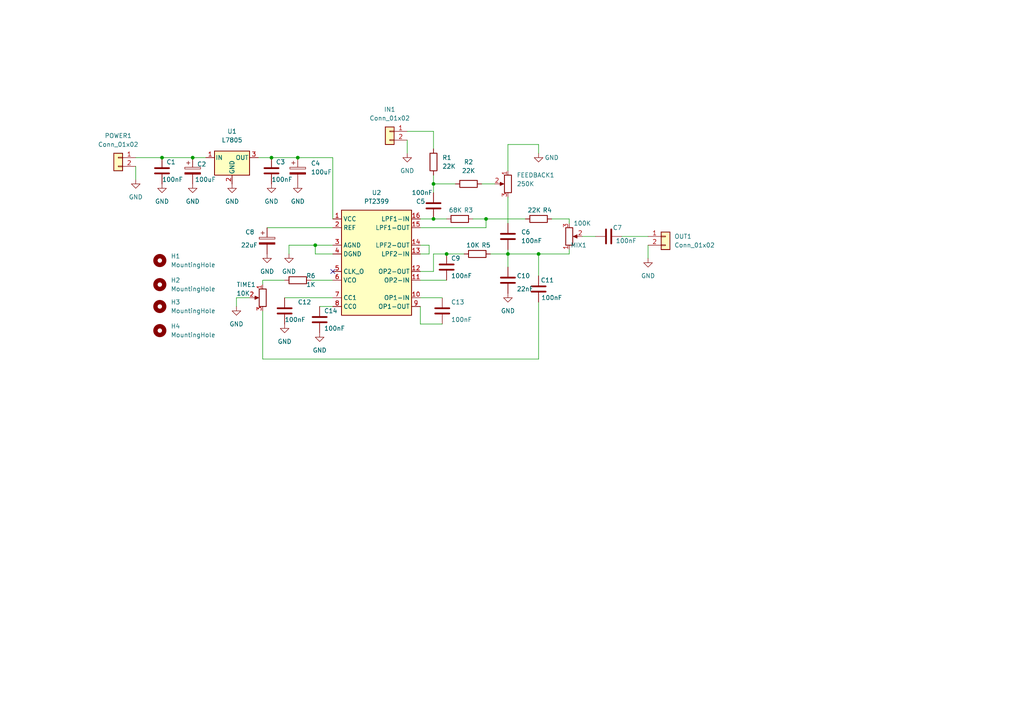
<source format=kicad_sch>
(kicad_sch (version 20211123) (generator eeschema)
  (paper "A4")
  (lib_symbols
    (symbol "Audio:PT2399"
      (property "Reference" "U" (at 0 17.78 0))
      (property "Value" "PT2399" (at 0 -17.78 0))
      (symbol "PT2399_0_1"
        (rectangle (start -10.16 15.24) (end 10.16 -15.24) (stroke (width 0.254)) (fill (type background)))
      )
      (symbol "PT2399_1_1"
        (pin power_in line (at -12.7 12.7 0) (length 2.54) (name "VCC") (number "1"))
        (pin input line (at 12.7 -10.16 180) (length 2.54) (name "OP1-IN") (number "10"))
        (pin input line (at 12.7 -5.08 180) (length 2.54) (name "OP2-IN") (number "11"))
        (pin output line (at 12.7 -2.54 180) (length 2.54) (name "OP2-OUT") (number "12"))
        (pin input line (at 12.7 2.54 180) (length 2.54) (name "LPF2-IN") (number "13"))
        (pin output line (at 12.7 5.08 180) (length 2.54) (name "LPF2-OUT") (number "14"))
        (pin output line (at 12.7 10.16 180) (length 2.54) (name "LPF1-OUT") (number "15"))
        (pin input line (at 12.7 12.7 180) (length 2.54) (name "LPF1-IN") (number "16"))
        (pin passive line (at -12.7 10.16 0) (length 2.54) (name "REF") (number "2"))
        (pin power_in line (at -12.7 5.08 0) (length 2.54) (name "AGND") (number "3"))
        (pin power_in line (at -12.7 2.54 0) (length 2.54) (name "DGND") (number "4"))
        (pin passive line (at -12.7 -2.54 0) (length 2.54) (name "CLK_O") (number "5"))
        (pin passive line (at -12.7 -5.08 0) (length 2.54) (name "VCO") (number "6"))
        (pin passive line (at -12.7 -10.16 0) (length 2.54) (name "CC1") (number "7"))
        (pin passive line (at -12.7 -12.7 0) (length 2.54) (name "CC0") (number "8"))
        (pin output line (at 12.7 -12.7 180) (length 2.54) (name "OP1-OUT") (number "9"))
      )
    )
    (symbol "Connector_Generic:Conn_01x02" (pin_names (offset 1.016) hide)
      (property "Reference" "J" (at 0 2.54 0))
      (property "Value" "Conn_01x02" (at 0 -5.08 0))
      (symbol "Conn_01x02_1_1"
        (rectangle (start -1.27 -2.413) (end 0 -2.667) (stroke (width 0.1524)))
        (rectangle (start -1.27 0.127) (end 0 -0.127) (stroke (width 0.1524)))
        (rectangle (start -1.27 1.27) (end 1.27 -3.81) (stroke (width 0.254)) (fill (type background)))
        (pin passive line (at -5.08 0 0) (length 3.81) (name "Pin_1") (number "1"))
        (pin passive line (at -5.08 -2.54 0) (length 3.81) (name "Pin_2") (number "2"))
      )
    )
    (symbol "Device:C" (pin_numbers hide) (pin_names (offset 0.254))
      (property "Reference" "C" (at 0.635 2.54 0))
      (property "Value" "C" (at 0.635 -2.54 0))
      (symbol "C_0_1"
        (polyline (pts (xy -2.032 -0.762) (xy 2.032 -0.762)) (stroke (width 0.508)))
        (polyline (pts (xy -2.032 0.762) (xy 2.032 0.762)) (stroke (width 0.508)))
      )
      (symbol "C_1_1"
        (pin passive line (at 0 3.81 270) (length 2.794) (name "~") (number "1"))
        (pin passive line (at 0 -3.81 90) (length 2.794) (name "~") (number "2"))
      )
    )
    (symbol "Device:C_Polarized" (pin_numbers hide) (pin_names (offset 0.254))
      (property "Reference" "C" (at 0.635 2.54 0))
      (property "Value" "C_Polarized" (at 0.635 -2.54 0))
      (symbol "C_Polarized_0_1"
        (rectangle (start -2.286 0.508) (end 2.286 1.016))
        (polyline (pts (xy -1.778 2.286) (xy -0.762 2.286)))
        (polyline (pts (xy -1.27 2.794) (xy -1.27 1.778)))
        (rectangle (start 2.286 -0.508) (end -2.286 -1.016) (fill (type outline)))
      )
      (symbol "C_Polarized_1_1"
        (pin passive line (at 0 3.81 270) (length 2.794) (name "~") (number "1"))
        (pin passive line (at 0 -3.81 90) (length 2.794) (name "~") (number "2"))
      )
    )
    (symbol "Device:R" (pin_numbers hide) (pin_names (offset 0))
      (property "Reference" "R" (at 2.032 0 90))
      (property "Value" "R" (at 0 0 90))
      (symbol "R_0_1"
        (rectangle (start -1.016 -2.54) (end 1.016 2.54) (stroke (width 0.254)))
      )
      (symbol "R_1_1"
        (pin passive line (at 0 3.81 270) (length 1.27) (name "~") (number "1"))
        (pin passive line (at 0 -3.81 90) (length 1.27) (name "~") (number "2"))
      )
    )
    (symbol "Device:R_Potentiometer" (pin_names (offset 1.016) hide)
      (property "Reference" "RV" (at -4.445 0 90))
      (property "Value" "R_Potentiometer" (at -2.54 0 90))
      (symbol "R_Potentiometer_0_1"
        (polyline (pts (xy 2.54 0) (xy 1.524 0)))
        (polyline (pts (xy 1.143 0) (xy 2.286 0.508) (xy 2.286 -0.508) (xy 1.143 0)) (fill (type outline)))
        (rectangle (start 1.016 2.54) (end -1.016 -2.54) (stroke (width 0.254)))
      )
      (symbol "R_Potentiometer_1_1"
        (pin passive line (at 0 3.81 270) (length 1.27) (name "1") (number "1"))
        (pin passive line (at 3.81 0 180) (length 1.27) (name "2") (number "2"))
        (pin passive line (at 0 -3.81 90) (length 1.27) (name "3") (number "3"))
      )
    )
    (symbol "Mechanical:MountingHole" (pin_names (offset 1.016))
      (property "Reference" "H" (at 0 5.08 0))
      (property "Value" "MountingHole" (at 0 3.175 0))
      (symbol "MountingHole_0_1"
        (circle (center 0 0) (radius 1.27) (stroke (width 1.27)))
      )
    )
    (symbol "Regulator_Linear:L7805" (pin_names (offset 0.254))
      (property "Reference" "U" (at -3.81 3.175 0))
      (property "Value" "L7805" (at 0 3.175 0))
      (symbol "L7805_0_1"
        (rectangle (start -5.08 1.905) (end 5.08 -5.08) (stroke (width 0.254)) (fill (type background)))
      )
      (symbol "L7805_1_1"
        (pin power_in line (at -7.62 0 0) (length 2.54) (name "IN") (number "1"))
        (pin power_in line (at 0 -7.62 90) (length 2.54) (name "GND") (number "2"))
        (pin power_out line (at 7.62 0 180) (length 2.54) (name "OUT") (number "3"))
      )
    )
    (symbol "power:GND" (power) (pin_names (offset 0))
      (property "Value" "GND" (at 0 -3.81 0))
      (symbol "GND_0_1"
        (polyline (pts (xy 0 0) (xy 0 -1.27) (xy 1.27 -1.27) (xy 0 -2.54) (xy -1.27 -1.27) (xy 0 -1.27)))
      )
      (symbol "GND_1_1"
        (pin power_in line (at 0 0 270) (length 0) hide (name "GND") (number "1"))
      )
    )
  )
  (junction (at 91.44 71.12))
  (junction (at 86.36 45.72))
  (junction (at 147.32 73.66))
  (junction (at 46.99 45.72))
  (junction (at 55.88 45.72))
  (junction (at 125.73 63.5))
  (junction (at 156.21 73.66))
  (junction (at 129.54 73.66))
  (junction (at 125.73 53.34))
  (junction (at 140.97 63.5))
  (junction (at 78.74 45.72))
  (no_connect (at 96.52 78.74))
  (wire (pts (xy 140.97 66.04) (xy 121.92 66.04)))
  (wire (pts (xy 68.58 86.36) (xy 72.39 86.36)))
  (wire (pts (xy 46.99 45.72) (xy 55.88 45.72)))
  (wire (pts (xy 124.46 73.66) (xy 121.92 73.66)))
  (wire (pts (xy 168.91 68.58) (xy 172.72 68.58)))
  (wire (pts (xy 125.73 50.8) (xy 125.73 53.34)))
  (wire (pts (xy 156.21 87.63) (xy 156.21 104.14)))
  (wire (pts (xy 121.92 88.9) (xy 121.92 93.98)))
  (wire (pts (xy 147.32 49.53) (xy 147.32 41.91)))
  (wire (pts (xy 125.73 63.5) (xy 129.54 63.5)))
  (wire (pts (xy 125.73 38.1) (xy 125.73 43.18)))
  (wire (pts (xy 118.11 44.45) (xy 118.11 40.64)))
  (wire (pts (xy 74.93 45.72) (xy 78.74 45.72)))
  (wire (pts (xy 137.16 63.5) (xy 140.97 63.5)))
  (wire (pts (xy 187.96 74.93) (xy 187.96 71.12)))
  (wire (pts (xy 147.32 72.39) (xy 147.32 73.66)))
  (wire (pts (xy 139.7 53.34) (xy 143.51 53.34)))
  (wire (pts (xy 76.2 81.28) (xy 82.55 81.28)))
  (wire (pts (xy 147.32 41.91) (xy 156.21 41.91)))
  (wire (pts (xy 91.44 71.12) (xy 91.44 73.66)))
  (wire (pts (xy 121.92 63.5) (xy 125.73 63.5)))
  (wire (pts (xy 83.82 71.12) (xy 91.44 71.12)))
  (wire (pts (xy 142.24 73.66) (xy 147.32 73.66)))
  (wire (pts (xy 76.2 82.55) (xy 76.2 81.28)))
  (wire (pts (xy 121.92 71.12) (xy 124.46 71.12)))
  (wire (pts (xy 76.2 90.17) (xy 76.2 104.14)))
  (wire (pts (xy 124.46 71.12) (xy 124.46 73.66)))
  (wire (pts (xy 156.21 73.66) (xy 156.21 80.01)))
  (wire (pts (xy 180.34 68.58) (xy 187.96 68.58)))
  (wire (pts (xy 83.82 73.66) (xy 83.82 71.12)))
  (wire (pts (xy 129.54 73.66) (xy 134.62 73.66)))
  (wire (pts (xy 68.58 88.9) (xy 68.58 86.36)))
  (wire (pts (xy 90.17 81.28) (xy 96.52 81.28)))
  (wire (pts (xy 91.44 73.66) (xy 96.52 73.66)))
  (wire (pts (xy 121.92 86.36) (xy 128.27 86.36)))
  (wire (pts (xy 39.37 52.07) (xy 39.37 48.26)))
  (wire (pts (xy 55.88 45.72) (xy 59.69 45.72)))
  (wire (pts (xy 140.97 63.5) (xy 152.4 63.5)))
  (wire (pts (xy 78.74 45.72) (xy 86.36 45.72)))
  (wire (pts (xy 140.97 63.5) (xy 140.97 66.04)))
  (wire (pts (xy 121.92 81.28) (xy 129.54 81.28)))
  (wire (pts (xy 86.36 45.72) (xy 96.52 45.72)))
  (wire (pts (xy 125.73 73.66) (xy 129.54 73.66)))
  (wire (pts (xy 91.44 71.12) (xy 96.52 71.12)))
  (wire (pts (xy 125.73 53.34) (xy 125.73 55.88)))
  (wire (pts (xy 82.55 86.36) (xy 96.52 86.36)))
  (wire (pts (xy 160.02 63.5) (xy 165.1 63.5)))
  (wire (pts (xy 156.21 73.66) (xy 165.1 73.66)))
  (wire (pts (xy 77.47 66.04) (xy 96.52 66.04)))
  (wire (pts (xy 165.1 63.5) (xy 165.1 64.77)))
  (wire (pts (xy 39.37 45.72) (xy 46.99 45.72)))
  (wire (pts (xy 147.32 73.66) (xy 147.32 77.47)))
  (wire (pts (xy 125.73 53.34) (xy 132.08 53.34)))
  (wire (pts (xy 121.92 93.98) (xy 128.27 93.98)))
  (wire (pts (xy 156.21 41.91) (xy 156.21 44.45)))
  (wire (pts (xy 92.71 88.9) (xy 96.52 88.9)))
  (wire (pts (xy 125.73 78.74) (xy 125.73 73.66)))
  (wire (pts (xy 165.1 73.66) (xy 165.1 72.39)))
  (wire (pts (xy 118.11 38.1) (xy 125.73 38.1)))
  (wire (pts (xy 147.32 73.66) (xy 156.21 73.66)))
  (wire (pts (xy 121.92 78.74) (xy 125.73 78.74)))
  (wire (pts (xy 147.32 57.15) (xy 147.32 64.77)))
  (wire (pts (xy 96.52 45.72) (xy 96.52 63.5)))
  (wire (pts (xy 156.21 104.14) (xy 76.2 104.14)))
  (symbol (lib_id "Mechanical:MountingHole") (at 46.355 95.885 0) (unit 1)
    (property "Reference" "H4" (at 49.53 94.6149 0) (effects (justify left)))
    (property "Value" "MountingHole" (at 49.53 97.1549 0) (effects (justify left)))
    (property "Footprint" "MountingHole:MountingHole_3.2mm_M3_DIN965" (effects hide))
  )
  (symbol (lib_id "Device:C_Polarized") (at 86.36 49.53 0) (unit 1)
    (property "Reference" "C4" (at 90.17 47.3709 0) (effects (justify left)))
    (property "Value" "100uF" (at 90.17 49.9109 0) (effects (justify left)))
    (property "Footprint" "Capacitor_THT:CP_Radial_D5.0mm_P2.50mm" (effects hide))
  )
  (symbol (lib_id "Device:C") (at 125.73 59.69 0) (unit 1)
    (property "Reference" "C5" (at 120.65 58.42 0) (effects (justify left)))
    (property "Value" "100nF" (at 119.38 55.88 0) (effects (justify left)))
    (property "Footprint" "Capacitor_THT:C_Disc_D3.0mm_W1.6mm_P2.50mm" (effects hide))
  )
  (symbol (lib_id "power:GND") (at 78.74 53.34 0) (unit 1)
    (property "Reference" "#PWR07" (effects hide))
    (property "Value" "GND" (at 78.74 58.42 0))
  )
  (symbol (lib_id "Connector_Generic:Conn_01x02") (at 34.29 45.72 0) (mirror y) (unit 1)
    (property "Reference" "POWER1" (at 34.29 39.37 0))
    (property "Value" "Conn_01x02" (at 34.29 41.91 0))
    (property "Footprint" "Connector_Molex:Molex_KK-254_AE-6410-02A_1x02_P2.54mm_Vertical" (effects hide))
  )
  (symbol (lib_id "Device:R") (at 156.21 63.5 90) (unit 1)
    (property "Reference" "R4" (at 158.75 60.96 90))
    (property "Value" "22K" (at 154.94 60.96 90))
    (property "Footprint" "Capacitor_THT:C_Disc_D3.0mm_W1.6mm_P2.50mm" (effects hide))
  )
  (symbol (lib_id "Device:C") (at 176.53 68.58 90) (unit 1)
    (property "Reference" "C7" (at 179.07 66.04 90))
    (property "Value" "100nF" (at 181.61 69.85 90))
    (property "Footprint" "Capacitor_THT:C_Disc_D3.0mm_W1.6mm_P2.50mm" (effects hide))
  )
  (symbol (lib_id "power:GND") (at 92.71 96.52 0) (unit 1)
    (property "Reference" "#PWR015" (effects hide))
    (property "Value" "GND" (at 92.71 101.6 0))
  )
  (symbol (lib_id "Device:C_Polarized") (at 55.88 49.53 0) (unit 1)
    (property "Reference" "C2" (at 57.15 47.625 0) (effects (justify left)))
    (property "Value" "100uF" (at 56.515 52.07 0) (effects (justify left)))
    (property "Footprint" "Capacitor_THT:CP_Radial_D5.0mm_P2.50mm" (effects hide))
  )
  (symbol (lib_id "Device:R_Potentiometer") (at 147.32 53.34 0) (mirror y) (unit 1)
    (property "Reference" "FEEDBACK1" (at 149.86 50.8 0) (effects (justify right)))
    (property "Value" "250K" (at 149.86 53.34 0) (effects (justify right)))
    (property "Footprint" "Potentiometer_THT:Potentiometer_Alps_RK163_Single_Horizontal" (effects hide))
  )
  (symbol (lib_id "Device:R") (at 86.36 81.28 90) (unit 1)
    (property "Reference" "R6" (at 90.17 80.01 90))
    (property "Value" "1K" (at 90.17 82.55 90))
    (property "Footprint" "Capacitor_THT:C_Disc_D3.0mm_W1.6mm_P2.50mm" (effects hide))
  )
  (symbol (lib_id "Device:C") (at 92.71 92.71 0) (unit 1)
    (property "Reference" "C14" (at 93.98 90.17 0) (effects (justify left)))
    (property "Value" "100nF" (at 93.98 95.25 0) (effects (justify left)))
    (property "Footprint" "Capacitor_THT:C_Disc_D3.0mm_W1.6mm_P2.50mm" (effects hide))
  )
  (symbol (lib_id "power:GND") (at 118.11 44.45 0) (unit 1)
    (property "Reference" "#PWR01" (effects hide))
    (property "Value" "GND" (at 118.11 49.53 0))
  )
  (symbol (lib_id "power:GND") (at 77.47 73.66 0) (unit 1)
    (property "Reference" "#PWR09" (effects hide))
    (property "Value" "GND" (at 77.47 78.74 0))
  )
  (symbol (lib_id "power:GND") (at 82.55 93.98 0) (unit 1)
    (property "Reference" "#PWR014" (effects hide))
    (property "Value" "GND" (at 82.55 99.06 0))
  )
  (symbol (lib_id "power:GND") (at 39.37 52.07 0) (unit 1)
    (property "Reference" "#PWR03" (effects hide))
    (property "Value" "GND" (at 39.37 57.15 0))
  )
  (symbol (lib_id "Device:C") (at 78.74 49.53 0) (unit 1)
    (property "Reference" "C3" (at 80.01 46.99 0) (effects (justify left)))
    (property "Value" "100nF" (at 78.74 52.07 0) (effects (justify left)))
    (property "Footprint" "Capacitor_THT:C_Disc_D3.0mm_W1.6mm_P2.50mm" (effects hide))
  )
  (symbol (lib_id "Mechanical:MountingHole") (at 46.355 88.9 0) (unit 1)
    (property "Reference" "H3" (at 49.53 87.6299 0) (effects (justify left)))
    (property "Value" "MountingHole" (at 49.53 90.1699 0) (effects (justify left)))
    (property "Footprint" "MountingHole:MountingHole_3.2mm_M3_DIN965" (effects hide))
  )
  (symbol (lib_id "power:GND") (at 147.32 85.09 0) (unit 1)
    (property "Reference" "#PWR012" (effects hide))
    (property "Value" "GND" (at 147.32 90.17 0))
  )
  (symbol (lib_id "power:GND") (at 55.88 53.34 0) (unit 1)
    (property "Reference" "#PWR05" (effects hide))
    (property "Value" "GND" (at 55.88 58.42 0))
  )
  (symbol (lib_id "Device:C") (at 156.21 83.82 180) (unit 1)
    (property "Reference" "C11" (at 158.75 81.28 0))
    (property "Value" "100nF" (at 160.02 86.36 0))
    (property "Footprint" "Capacitor_THT:C_Disc_D3.0mm_W1.6mm_P2.50mm" (effects hide))
  )
  (symbol (lib_id "Device:C") (at 128.27 90.17 0) (unit 1)
    (property "Reference" "C13" (at 130.81 87.63 0) (effects (justify left)))
    (property "Value" "100nF" (at 130.81 92.71 0) (effects (justify left)))
    (property "Footprint" "Capacitor_THT:C_Disc_D3.0mm_W1.6mm_P2.50mm" (effects hide))
  )
  (symbol (lib_id "Device:R") (at 133.35 63.5 90) (unit 1)
    (property "Reference" "R3" (at 135.89 60.96 90))
    (property "Value" "68K" (at 132.08 60.96 90))
    (property "Footprint" "Capacitor_THT:C_Disc_D3.0mm_W1.6mm_P2.50mm" (effects hide))
  )
  (symbol (lib_id "Device:C") (at 129.54 77.47 0) (unit 1)
    (property "Reference" "C9" (at 130.81 74.93 0) (effects (justify left)))
    (property "Value" "100nF" (at 130.81 80.01 0) (effects (justify left)))
    (property "Footprint" "Capacitor_THT:C_Disc_D3.0mm_W1.6mm_P2.50mm" (effects hide))
  )
  (symbol (lib_id "Device:R") (at 135.89 53.34 90) (unit 1)
    (property "Reference" "R2" (at 135.89 46.99 90))
    (property "Value" "22K" (at 135.89 49.53 90))
    (property "Footprint" "Capacitor_THT:C_Disc_D3.0mm_W1.6mm_P2.50mm" (effects hide))
  )
  (symbol (lib_id "Device:C") (at 46.99 49.53 0) (unit 1)
    (property "Reference" "C1" (at 48.26 46.99 0) (effects (justify left)))
    (property "Value" "100nF" (at 46.99 52.07 0) (effects (justify left)))
    (property "Footprint" "Capacitor_THT:C_Disc_D3.0mm_W1.6mm_P2.50mm" (effects hide))
  )
  (symbol (lib_id "Mechanical:MountingHole") (at 46.355 82.55 0) (unit 1)
    (property "Reference" "H2" (at 49.53 81.2799 0) (effects (justify left)))
    (property "Value" "MountingHole" (at 49.53 83.8199 0) (effects (justify left)))
    (property "Footprint" "MountingHole:MountingHole_3.2mm_M3_DIN965" (effects hide))
  )
  (symbol (lib_id "power:GND") (at 46.99 53.34 0) (unit 1)
    (property "Reference" "#PWR04" (effects hide))
    (property "Value" "GND" (at 46.99 58.42 0))
  )
  (symbol (lib_id "Device:C") (at 147.32 81.28 0) (unit 1)
    (property "Reference" "C10" (at 149.86 80.01 0) (effects (justify left)))
    (property "Value" "22nF" (at 149.86 83.82 0) (effects (justify left)))
    (property "Footprint" "Capacitor_THT:C_Disc_D3.0mm_W1.6mm_P2.50mm" (effects hide))
  )
  (symbol (lib_id "Regulator_Linear:L7805") (at 67.31 45.72 0) (unit 1)
    (property "Reference" "U1" (at 67.31 38.1 0))
    (property "Value" "L7805" (at 67.31 40.64 0))
    (property "Footprint" "Package_TO_SOT_THT:TO-220-3_Vertical" (effects hide))
    (property "Datasheet" "http://www.st.com/content/ccc/resource/technical/document/datasheet/41/4f/b3/b0/12/d4/47/88/CD00000444.pdf/files/CD00000444.pdf/jcr:content/translations/en.CD00000444.pdf" (effects hide))
  )
  (symbol (lib_id "Device:R_Potentiometer") (at 165.1 68.58 0) (mirror x) (unit 1)
    (property "Reference" "MIX1" (at 170.18 71.12 0) (effects (justify right)))
    (property "Value" "100K" (at 171.45 64.77 0) (effects (justify right)))
    (property "Footprint" "Potentiometer_THT:Potentiometer_Alps_RK163_Single_Horizontal" (effects hide))
  )
  (symbol (lib_id "power:GND") (at 67.31 53.34 0) (unit 1)
    (property "Reference" "#PWR06" (effects hide))
    (property "Value" "GND" (at 67.31 58.42 0))
  )
  (symbol (lib_id "Audio:PT2399") (at 109.22 76.2 0) (unit 1)
    (property "Reference" "U2" (at 109.22 55.88 0))
    (property "Value" "PT2399" (at 109.22 58.42 0))
    (property "Footprint" "Package_DIP:DIP-16_W7.62mm" (effects hide))
    (property "Datasheet" "http://sound.westhost.com/pt2399.pdf" (effects hide))
  )
  (symbol (lib_id "power:GND") (at 68.58 88.9 0) (unit 1)
    (property "Reference" "#PWR013" (effects hide))
    (property "Value" "GND" (at 68.58 93.98 0))
  )
  (symbol (lib_id "power:GND") (at 86.36 53.34 0) (unit 1)
    (property "Reference" "#PWR08" (effects hide))
    (property "Value" "GND" (at 86.36 58.42 0))
  )
  (symbol (lib_id "power:GND") (at 83.82 73.66 0) (unit 1)
    (property "Reference" "#PWR010" (effects hide))
    (property "Value" "GND" (at 83.82 78.74 0))
  )
  (symbol (lib_id "Mechanical:MountingHole") (at 46.355 75.565 0) (unit 1)
    (property "Reference" "H1" (at 49.53 74.2949 0) (effects (justify left)))
    (property "Value" "MountingHole" (at 49.53 76.8349 0) (effects (justify left)))
    (property "Footprint" "MountingHole:MountingHole_3.2mm_M3_DIN965" (effects hide))
  )
  (symbol (lib_id "Device:C") (at 147.32 68.58 0) (unit 1)
    (property "Reference" "C6" (at 151.13 67.3099 0) (effects (justify left)))
    (property "Value" "100nF" (at 151.13 69.8499 0) (effects (justify left)))
    (property "Footprint" "Capacitor_THT:C_Disc_D3.0mm_W1.6mm_P2.50mm" (effects hide))
  )
  (symbol (lib_id "Device:C_Polarized") (at 77.47 69.85 0) (unit 1)
    (property "Reference" "C8" (at 71.12 67.31 0) (effects (justify left)))
    (property "Value" "22uF" (at 69.85 71.12 0) (effects (justify left)))
    (property "Footprint" "Capacitor_THT:CP_Radial_D5.0mm_P2.50mm" (effects hide))
  )
  (symbol (lib_id "Device:R") (at 125.73 46.99 180) (unit 1)
    (property "Reference" "R1" (at 128.27 45.7199 0) (effects (justify right)))
    (property "Value" "22K" (at 128.27 48.2599 0) (effects (justify right)))
    (property "Footprint" "Capacitor_THT:C_Disc_D3.0mm_W1.6mm_P2.50mm" (effects hide))
  )
  (symbol (lib_id "Device:R") (at 138.43 73.66 90) (unit 1)
    (property "Reference" "R5" (at 140.97 71.12 90))
    (property "Value" "10K" (at 137.16 71.12 90))
    (property "Footprint" "Capacitor_THT:C_Disc_D3.0mm_W1.6mm_P2.50mm" (effects hide))
  )
  (symbol (lib_id "Device:C") (at 82.55 90.17 0) (unit 1)
    (property "Reference" "C12" (at 86.36 87.63 0) (effects (justify left)))
    (property "Value" "100nF" (at 82.55 92.71 0) (effects (justify left)))
    (property "Footprint" "Capacitor_THT:C_Disc_D3.0mm_W1.6mm_P2.50mm" (effects hide))
  )
  (symbol (lib_id "Connector_Generic:Conn_01x02") (at 193.04 68.58 0) (unit 1)
    (property "Reference" "OUT1" (at 195.58 68.5799 0) (effects (justify left)))
    (property "Value" "Conn_01x02" (at 195.58 71.1199 0) (effects (justify left)))
    (property "Footprint" "Connector_Molex:Molex_KK-254_AE-6410-02A_1x02_P2.54mm_Vertical" (effects hide))
  )
  (symbol (lib_id "power:GND") (at 187.96 74.93 0) (mirror y) (unit 1)
    (property "Reference" "#PWR011" (effects hide))
    (property "Value" "GND" (at 187.96 80.01 0))
  )
  (symbol (lib_id "Device:R_Potentiometer") (at 76.2 86.36 0) (mirror y) (unit 1)
    (property "Reference" "TIME1" (at 68.58 82.55 0) (effects (justify right)))
    (property "Value" "10K" (at 68.58 85.09 0) (effects (justify right)))
    (property "Footprint" "Potentiometer_THT:Potentiometer_Alps_RK163_Single_Horizontal" (effects hide))
  )
  (symbol (lib_id "power:GND") (at 156.21 44.45 0) (unit 1)
    (property "Reference" "#PWR02" (effects hide))
    (property "Value" "GND" (at 160.02 45.72 0))
  )
  (symbol (lib_id "Connector_Generic:Conn_01x02") (at 113.03 38.1 0) (mirror y) (unit 1)
    (property "Reference" "IN1" (at 113.03 31.75 0))
    (property "Value" "Conn_01x02" (at 113.03 34.29 0))
    (property "Footprint" "Connector_Molex:Molex_KK-254_AE-6410-02A_1x02_P2.54mm_Vertical" (effects hide))
  )
)
</source>
